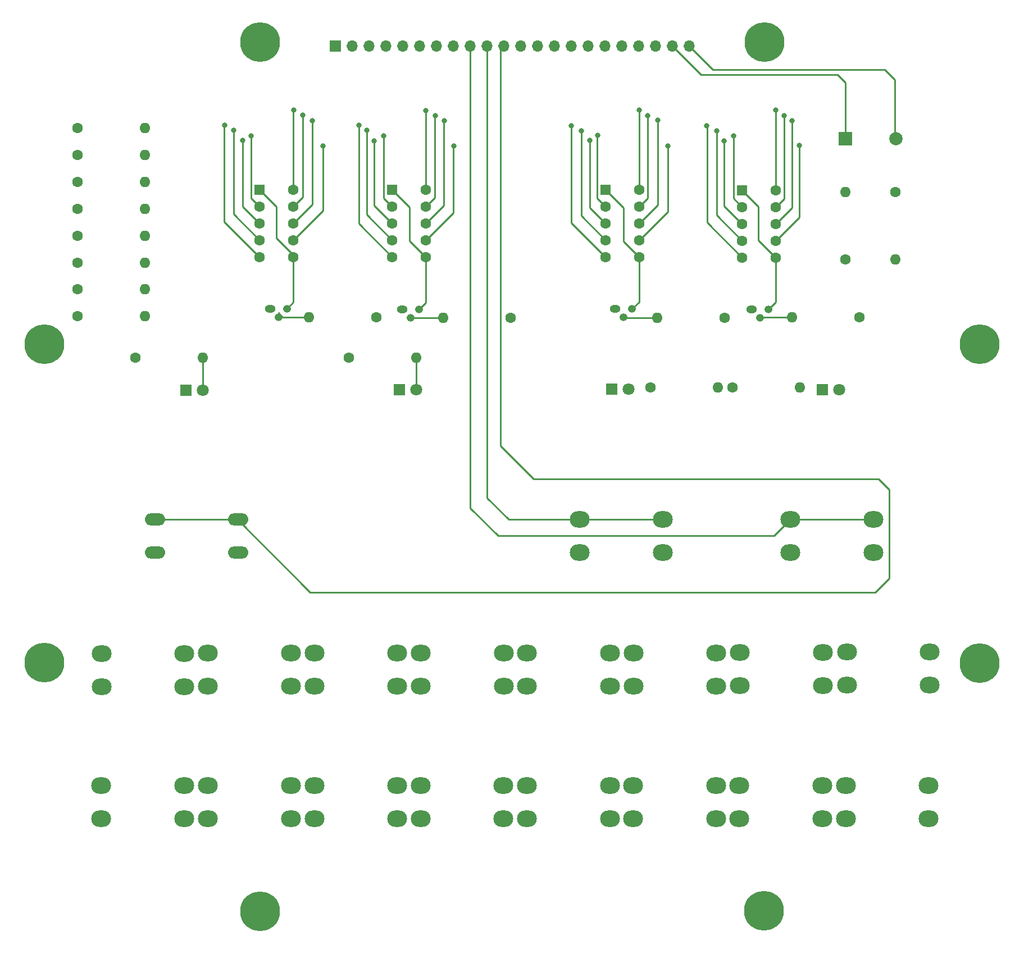
<source format=gbl>
%TF.GenerationSoftware,KiCad,Pcbnew,7.0.6*%
%TF.CreationDate,2024-01-22T18:50:27-05:00*%
%TF.ProjectId,CHESSmate PCB,43484553-536d-4617-9465-205043422e6b,rev?*%
%TF.SameCoordinates,Original*%
%TF.FileFunction,Copper,L4,Bot*%
%TF.FilePolarity,Positive*%
%FSLAX46Y46*%
G04 Gerber Fmt 4.6, Leading zero omitted, Abs format (unit mm)*
G04 Created by KiCad (PCBNEW 7.0.6) date 2024-01-22 18:50:27*
%MOMM*%
%LPD*%
G01*
G04 APERTURE LIST*
%TA.AperFunction,ComponentPad*%
%ADD10O,1.600000X1.200000*%
%TD*%
%TA.AperFunction,ComponentPad*%
%ADD11O,1.200000X1.200000*%
%TD*%
%TA.AperFunction,ComponentPad*%
%ADD12R,1.700000X1.700000*%
%TD*%
%TA.AperFunction,ComponentPad*%
%ADD13O,1.700000X1.700000*%
%TD*%
%TA.AperFunction,ComponentPad*%
%ADD14R,2.000000X2.000000*%
%TD*%
%TA.AperFunction,ComponentPad*%
%ADD15C,2.000000*%
%TD*%
%TA.AperFunction,ComponentPad*%
%ADD16O,3.048000X1.850000*%
%TD*%
%TA.AperFunction,ComponentPad*%
%ADD17C,1.600000*%
%TD*%
%TA.AperFunction,ComponentPad*%
%ADD18O,1.600000X1.600000*%
%TD*%
%TA.AperFunction,ComponentPad*%
%ADD19R,1.600000X1.600000*%
%TD*%
%TA.AperFunction,ComponentPad*%
%ADD20O,3.000000X2.500000*%
%TD*%
%TA.AperFunction,ComponentPad*%
%ADD21R,1.800000X1.800000*%
%TD*%
%TA.AperFunction,ComponentPad*%
%ADD22C,1.800000*%
%TD*%
%TA.AperFunction,ViaPad*%
%ADD23C,6.000000*%
%TD*%
%TA.AperFunction,ViaPad*%
%ADD24C,0.800000*%
%TD*%
%TA.AperFunction,Conductor*%
%ADD25C,0.250000*%
%TD*%
G04 APERTURE END LIST*
D10*
%TO.P,2N2222A,1,E*%
%TO.N,GNDREF*%
X99730000Y-69360000D03*
D11*
%TO.P,2N2222A,2,B*%
%TO.N,Net-(Q2-B)*%
X101000000Y-70630000D03*
%TO.P,2N2222A,3,C*%
%TO.N,Net-(Q2-C)*%
X102270000Y-69360000D03*
%TD*%
D10*
%TO.P,2N2222A,1,E*%
%TO.N,GNDREF*%
X152404724Y-69364724D03*
D11*
%TO.P,2N2222A,2,B*%
%TO.N,Net-(Q4-B)*%
X153674724Y-70634724D03*
%TO.P,2N2222A,3,C*%
%TO.N,Net-(Q4-C)*%
X154944724Y-69364724D03*
%TD*%
D10*
%TO.P,2N2222A,1,E*%
%TO.N,GNDREF*%
X131820000Y-69340000D03*
D11*
%TO.P,2N2222A,2,B*%
%TO.N,Net-(Q3-B)*%
X133090000Y-70610000D03*
%TO.P,2N2222A,3,C*%
%TO.N,Net-(Q3-C)*%
X134360000Y-69340000D03*
%TD*%
D10*
%TO.P,2N2222A,1,E*%
%TO.N,GNDREF*%
X79804724Y-69284724D03*
D11*
%TO.P,2N2222A,2,B*%
%TO.N,Net-(Q1-B)*%
X81074724Y-70554724D03*
%TO.P,2N2222A,3,C*%
%TO.N,Net-(Q1-C)*%
X82344724Y-69284724D03*
%TD*%
D12*
%TO.P,J1,1,Pin_1*%
%TO.N,Net-(J1-Pin_1)*%
X89662000Y-29718000D03*
D13*
%TO.P,J1,2,Pin_2*%
%TO.N,Net-(J1-Pin_2)*%
X92202000Y-29718000D03*
%TO.P,J1,3,Pin_3*%
%TO.N,Net-(J1-Pin_3)*%
X94742000Y-29718000D03*
%TO.P,J1,4,Pin_4*%
%TO.N,Net-(J1-Pin_4)*%
X97282000Y-29718000D03*
%TO.P,J1,5,Pin_5*%
%TO.N,Net-(J1-Pin_5)*%
X99822000Y-29718000D03*
%TO.P,J1,6,Pin_6*%
%TO.N,Net-(J1-Pin_6)*%
X102362000Y-29718000D03*
%TO.P,J1,7,Pin_7*%
%TO.N,Net-(J1-Pin_7)*%
X104902000Y-29718000D03*
%TO.P,J1,8,Pin_8*%
%TO.N,Net-(J1-Pin_8)*%
X107442000Y-29718000D03*
%TO.P,J1,9,Pin_9*%
%TO.N,Net-(J1-Pin_9)*%
X109982000Y-29718000D03*
%TO.P,J1,10,Pin_10*%
%TO.N,Net-(J1-Pin_10)*%
X112522000Y-29718000D03*
%TO.P,J1,11,Pin_11*%
%TO.N,Net-(J1-Pin_11)*%
X115062000Y-29718000D03*
%TO.P,J1,12,Pin_12*%
%TO.N,GNDREF*%
X117602000Y-29718000D03*
%TO.P,J1,13,Pin_13*%
%TO.N,Net-(J1-Pin_13)*%
X120142000Y-29718000D03*
%TO.P,J1,14,Pin_14*%
%TO.N,Net-(J1-Pin_14)*%
X122682000Y-29718000D03*
%TO.P,J1,15,Pin_15*%
%TO.N,Net-(D3-K)*%
X125222000Y-29718000D03*
%TO.P,J1,16,Pin_16*%
%TO.N,Net-(J1-Pin_16)*%
X127762000Y-29718000D03*
%TO.P,J1,17,Pin_17*%
%TO.N,Net-(J1-Pin_17)*%
X130302000Y-29718000D03*
%TO.P,J1,18,Pin_18*%
%TO.N,Net-(J1-Pin_18)*%
X132842000Y-29718000D03*
%TO.P,J1,19,Pin_19*%
%TO.N,Net-(J1-Pin_19)*%
X135382000Y-29718000D03*
%TO.P,J1,20,Pin_20*%
%TO.N,Net-(J1-Pin_20)*%
X137922000Y-29718000D03*
%TO.P,J1,21,Pin_21*%
%TO.N,Net-(BZ1--)*%
X140462000Y-29718000D03*
%TO.P,J1,22,Pin_22*%
%TO.N,Net-(BZ1-+)*%
X143002000Y-29718000D03*
%TD*%
D14*
%TO.P,BZ1,1,-*%
%TO.N,Net-(BZ1--)*%
X166510000Y-43670000D03*
D15*
%TO.P,BZ1,2,+*%
%TO.N,Net-(BZ1-+)*%
X174110000Y-43670000D03*
%TD*%
D16*
%TO.P,SW17,1*%
%TO.N,Net-(J1-Pin_11)*%
X62470000Y-101070000D03*
X74970000Y-101070000D03*
%TO.P,SW17,2*%
%TO.N,GNDREF*%
X62470000Y-106070000D03*
X74970000Y-106070000D03*
%TD*%
D17*
%TO.P,75R,1*%
%TO.N,Net-(J1-Pin_13)*%
X59480000Y-76690000D03*
D18*
%TO.P,75R,2*%
%TO.N,Net-(D1-A)*%
X69640000Y-76690000D03*
%TD*%
D17*
%TO.P,10K,1*%
%TO.N,Net-(J1-Pin_17)*%
X95850000Y-70560000D03*
D18*
%TO.P,10K,2*%
%TO.N,Net-(Q1-B)*%
X85690000Y-70560000D03*
%TD*%
D19*
%TO.P,3161AS,1,CA*%
%TO.N,Net-(Q2-C)*%
X98210000Y-51350000D03*
D17*
%TO.P,3161AS,2,F*%
%TO.N,Net-(U1-F)*%
X98210000Y-53890000D03*
%TO.P,3161AS,3,G*%
%TO.N,Net-(U1-G)*%
X98210000Y-56430000D03*
%TO.P,3161AS,4,E*%
%TO.N,Net-(U1-E)*%
X98210000Y-58970000D03*
%TO.P,3161AS,5,D*%
%TO.N,Net-(U1-D)*%
X98210000Y-61510000D03*
%TO.P,3161AS,6,CA*%
%TO.N,Net-(Q2-C)*%
X103290000Y-61510000D03*
%TO.P,3161AS,7,DP*%
%TO.N,Net-(U1-DP)*%
X103290000Y-58970000D03*
%TO.P,3161AS,8,C*%
%TO.N,Net-(U1-C)*%
X103290000Y-56430000D03*
%TO.P,3161AS,9,B*%
%TO.N,Net-(U1-B)*%
X103290000Y-53890000D03*
%TO.P,3161AS,10,A*%
%TO.N,Net-(U1-A)*%
X103290000Y-51350000D03*
%TD*%
D18*
%TO.P,75R,2*%
%TO.N,Net-(J1-Pin_16)*%
X159640000Y-81170000D03*
D17*
%TO.P,75R,1*%
%TO.N,Net-(D3-A)*%
X149480000Y-81170000D03*
%TD*%
%TO.P,470R,1*%
%TO.N,Net-(J1-Pin_2)*%
X50780000Y-66370000D03*
D18*
%TO.P,470R,2*%
%TO.N,Net-(U1-G)*%
X60940000Y-66370000D03*
%TD*%
D20*
%TO.P,SW8,1*%
%TO.N,Net-(J1-Pin_8)*%
X166740000Y-121060000D03*
X179240000Y-121060000D03*
%TO.P,SW8,2*%
%TO.N,GNDREF*%
X166740000Y-126060000D03*
X179240000Y-126060000D03*
%TD*%
D17*
%TO.P,1K,1*%
%TO.N,Net-(BZ1-+)*%
X174060000Y-51720000D03*
D18*
%TO.P,1K,2*%
%TO.N,Net-(J1-Pin_16)*%
X174060000Y-61880000D03*
%TD*%
D21*
%TO.P,D3,1,K*%
%TO.N,Net-(D3-K)*%
X131260000Y-81440000D03*
D22*
%TO.P,D3,2,A*%
%TO.N,Net-(D3-A)*%
X133800000Y-81440000D03*
%TD*%
D17*
%TO.P,470R,1*%
%TO.N,Net-(J1-Pin_8)*%
X50780000Y-42070000D03*
D18*
%TO.P,470R,2*%
%TO.N,Net-(U1-A)*%
X60940000Y-42070000D03*
%TD*%
D17*
%TO.P,470R,1*%
%TO.N,Net-(J1-Pin_3)*%
X50780000Y-62320000D03*
D18*
%TO.P,470R,2*%
%TO.N,Net-(U1-F)*%
X60940000Y-62320000D03*
%TD*%
D17*
%TO.P,470R,1*%
%TO.N,Net-(J1-Pin_1)*%
X50780000Y-70420000D03*
D18*
%TO.P,470R,2*%
%TO.N,Net-(U1-DP)*%
X60940000Y-70420000D03*
%TD*%
D17*
%TO.P,470R,1*%
%TO.N,Net-(J1-Pin_4)*%
X50780000Y-58270000D03*
D18*
%TO.P,470R,2*%
%TO.N,Net-(U1-E)*%
X60940000Y-58270000D03*
%TD*%
D20*
%TO.P,SW3,1*%
%TO.N,Net-(J1-Pin_3)*%
X86480000Y-121240000D03*
X98980000Y-121240000D03*
%TO.P,SW3,2*%
%TO.N,GNDREF*%
X86480000Y-126240000D03*
X98980000Y-126240000D03*
%TD*%
D18*
%TO.P,75R,2*%
%TO.N,Net-(D3-A)*%
X147270000Y-81180000D03*
D17*
%TO.P,75R,1*%
%TO.N,GNDREF*%
X137110000Y-81180000D03*
%TD*%
%TO.P,75R,1*%
%TO.N,Net-(J1-Pin_14)*%
X91630000Y-76670000D03*
D18*
%TO.P,75R,2*%
%TO.N,Net-(D2-A)*%
X101790000Y-76670000D03*
%TD*%
D20*
%TO.P,SW2,1*%
%TO.N,Net-(J1-Pin_2)*%
X70440000Y-121240000D03*
X82940000Y-121240000D03*
%TO.P,SW2,2*%
%TO.N,GNDREF*%
X70440000Y-126240000D03*
X82940000Y-126240000D03*
%TD*%
D21*
%TO.P,D2,1,K*%
%TO.N,GNDREF*%
X99290000Y-81500000D03*
D22*
%TO.P,D2,2,A*%
%TO.N,Net-(D2-A)*%
X101830000Y-81500000D03*
%TD*%
D17*
%TO.P,10K,1*%
%TO.N,Net-(J1-Pin_19)*%
X148310000Y-70630000D03*
D18*
%TO.P,10K,2*%
%TO.N,Net-(Q3-B)*%
X138150000Y-70630000D03*
%TD*%
D20*
%TO.P,SW18,1*%
%TO.N,Net-(J1-Pin_10)*%
X126470000Y-101080000D03*
X138970000Y-101080000D03*
%TO.P,SW18,2*%
%TO.N,GNDREF*%
X126470000Y-106080000D03*
X138970000Y-106080000D03*
%TD*%
%TO.P,SW19,1*%
%TO.N,Net-(J1-Pin_9)*%
X158220000Y-101060000D03*
X170720000Y-101060000D03*
%TO.P,SW19,2*%
%TO.N,GNDREF*%
X158220000Y-106060000D03*
X170720000Y-106060000D03*
%TD*%
D21*
%TO.P,D1,1,K*%
%TO.N,GNDREF*%
X67100000Y-81540000D03*
D22*
%TO.P,D1,2,A*%
%TO.N,Net-(D1-A)*%
X69640000Y-81540000D03*
%TD*%
D17*
%TO.P,10K,1*%
%TO.N,Net-(J1-Pin_18)*%
X116060000Y-70640000D03*
D18*
%TO.P,10K,2*%
%TO.N,Net-(Q2-B)*%
X105900000Y-70640000D03*
%TD*%
D17*
%TO.P,470R,1*%
%TO.N,Net-(J1-Pin_5)*%
X50780000Y-54220000D03*
D18*
%TO.P,470R,2*%
%TO.N,Net-(U1-D)*%
X60940000Y-54220000D03*
%TD*%
D20*
%TO.P,SW6,1*%
%TO.N,Net-(J1-Pin_6)*%
X134550000Y-121200000D03*
X147050000Y-121200000D03*
%TO.P,SW6,2*%
%TO.N,GNDREF*%
X134550000Y-126200000D03*
X147050000Y-126200000D03*
%TD*%
D19*
%TO.P,3161AS,1,CA*%
%TO.N,Net-(Q4-C)*%
X150952500Y-51402500D03*
D17*
%TO.P,3161AS,2,F*%
%TO.N,Net-(U1-F)*%
X150952500Y-53942500D03*
%TO.P,3161AS,3,G*%
%TO.N,Net-(U1-G)*%
X150952500Y-56482500D03*
%TO.P,3161AS,4,E*%
%TO.N,Net-(U1-E)*%
X150952500Y-59022500D03*
%TO.P,3161AS,5,D*%
%TO.N,Net-(U1-D)*%
X150952500Y-61562500D03*
%TO.P,3161AS,6,CA*%
%TO.N,Net-(Q4-C)*%
X156032500Y-61562500D03*
%TO.P,3161AS,7,DP*%
%TO.N,Net-(U1-DP)*%
X156032500Y-59022500D03*
%TO.P,3161AS,8,C*%
%TO.N,Net-(U1-C)*%
X156032500Y-56482500D03*
%TO.P,3161AS,9,B*%
%TO.N,Net-(U1-B)*%
X156032500Y-53942500D03*
%TO.P,3161AS,10,A*%
%TO.N,Net-(U1-A)*%
X156032500Y-51402500D03*
%TD*%
%TO.P,470R,1*%
%TO.N,Net-(J1-Pin_6)*%
X50780000Y-50170000D03*
D18*
%TO.P,470R,2*%
%TO.N,Net-(U1-C)*%
X60940000Y-50170000D03*
%TD*%
D20*
%TO.P,SW9,1*%
%TO.N,Net-(J1-Pin_1)*%
X54340000Y-141190000D03*
X66840000Y-141190000D03*
%TO.P,SW9,2*%
%TO.N,GNDREF*%
X54340000Y-146190000D03*
X66840000Y-146190000D03*
%TD*%
%TO.P,SW12,1*%
%TO.N,Net-(J1-Pin_4)*%
X102470000Y-141170000D03*
X114970000Y-141170000D03*
%TO.P,SW12,2*%
%TO.N,GNDREF*%
X102470000Y-146170000D03*
X114970000Y-146170000D03*
%TD*%
D21*
%TO.P,D4,1,K*%
%TO.N,Net-(D3-A)*%
X163040000Y-81520000D03*
D22*
%TO.P,D4,2,A*%
%TO.N,Net-(D3-K)*%
X165580000Y-81520000D03*
%TD*%
D17*
%TO.P,470R,1*%
%TO.N,Net-(J1-Pin_7)*%
X50780000Y-46120000D03*
D18*
%TO.P,470R,2*%
%TO.N,Net-(U1-B)*%
X60940000Y-46120000D03*
%TD*%
D20*
%TO.P,SW13,1*%
%TO.N,Net-(J1-Pin_5)*%
X118510000Y-141180000D03*
X131010000Y-141180000D03*
%TO.P,SW13,2*%
%TO.N,GNDREF*%
X118510000Y-146180000D03*
X131010000Y-146180000D03*
%TD*%
%TO.P,SW14,1*%
%TO.N,Net-(J1-Pin_6)*%
X134520000Y-141180000D03*
X147020000Y-141180000D03*
%TO.P,SW14,2*%
%TO.N,GNDREF*%
X134520000Y-146180000D03*
X147020000Y-146180000D03*
%TD*%
%TO.P,SW16,1*%
%TO.N,Net-(J1-Pin_8)*%
X166560000Y-141190000D03*
X179060000Y-141190000D03*
%TO.P,SW16,2*%
%TO.N,GNDREF*%
X166560000Y-146190000D03*
X179060000Y-146190000D03*
%TD*%
D17*
%TO.P,10K,1*%
%TO.N,Net-(J1-Pin_20)*%
X168656000Y-70612000D03*
D18*
%TO.P,10K,2*%
%TO.N,Net-(Q4-B)*%
X158496000Y-70612000D03*
%TD*%
D20*
%TO.P,SW4,2*%
%TO.N,GNDREF*%
X115000000Y-126220000D03*
X102500000Y-126220000D03*
%TO.P,SW4,1*%
%TO.N,Net-(J1-Pin_4)*%
X115000000Y-121220000D03*
X102500000Y-121220000D03*
%TD*%
%TO.P,SW1,2*%
%TO.N,GNDREF*%
X66880000Y-126270000D03*
X54380000Y-126270000D03*
%TO.P,SW1,1*%
%TO.N,Net-(J1-Pin_1)*%
X66880000Y-121270000D03*
X54380000Y-121270000D03*
%TD*%
%TO.P,SW5,1*%
%TO.N,Net-(J1-Pin_5)*%
X118510000Y-121220000D03*
X131010000Y-121220000D03*
%TO.P,SW5,2*%
%TO.N,GNDREF*%
X118510000Y-126220000D03*
X131010000Y-126220000D03*
%TD*%
D17*
%TO.P,1K,1*%
%TO.N,Net-(J1-Pin_16)*%
X166470000Y-61860000D03*
D18*
%TO.P,1K,2*%
%TO.N,Net-(BZ1--)*%
X166470000Y-51700000D03*
%TD*%
D19*
%TO.P,3161AS,1,CA*%
%TO.N,Net-(Q1-C)*%
X78220000Y-51340000D03*
D17*
%TO.P,3161AS,2,F*%
%TO.N,Net-(U1-F)*%
X78220000Y-53880000D03*
%TO.P,3161AS,3,G*%
%TO.N,Net-(U1-G)*%
X78220000Y-56420000D03*
%TO.P,3161AS,4,E*%
%TO.N,Net-(U1-E)*%
X78220000Y-58960000D03*
%TO.P,3161AS,5,D*%
%TO.N,Net-(U1-D)*%
X78220000Y-61500000D03*
%TO.P,3161AS,6,CA*%
%TO.N,Net-(Q1-C)*%
X83300000Y-61500000D03*
%TO.P,3161AS,7,DP*%
%TO.N,Net-(U1-DP)*%
X83300000Y-58960000D03*
%TO.P,3161AS,8,C*%
%TO.N,Net-(U1-C)*%
X83300000Y-56420000D03*
%TO.P,3161AS,9,B*%
%TO.N,Net-(U1-B)*%
X83300000Y-53880000D03*
%TO.P,3161AS,10,A*%
%TO.N,Net-(U1-A)*%
X83300000Y-51340000D03*
%TD*%
D20*
%TO.P,SW11,1*%
%TO.N,Net-(J1-Pin_3)*%
X86470000Y-141210000D03*
X98970000Y-141210000D03*
%TO.P,SW11,2*%
%TO.N,GNDREF*%
X86470000Y-146210000D03*
X98970000Y-146210000D03*
%TD*%
D19*
%TO.P,3161AS,1,CA*%
%TO.N,Net-(Q3-C)*%
X130370000Y-51340000D03*
D17*
%TO.P,3161AS,2,F*%
%TO.N,Net-(U1-F)*%
X130370000Y-53880000D03*
%TO.P,3161AS,3,G*%
%TO.N,Net-(U1-G)*%
X130370000Y-56420000D03*
%TO.P,3161AS,4,E*%
%TO.N,Net-(U1-E)*%
X130370000Y-58960000D03*
%TO.P,3161AS,5,D*%
%TO.N,Net-(U1-D)*%
X130370000Y-61500000D03*
%TO.P,3161AS,6,CA*%
%TO.N,Net-(Q3-C)*%
X135450000Y-61500000D03*
%TO.P,3161AS,7,DP*%
%TO.N,Net-(U1-DP)*%
X135450000Y-58960000D03*
%TO.P,3161AS,8,C*%
%TO.N,Net-(U1-C)*%
X135450000Y-56420000D03*
%TO.P,3161AS,9,B*%
%TO.N,Net-(U1-B)*%
X135450000Y-53880000D03*
%TO.P,3161AS,10,A*%
%TO.N,Net-(U1-A)*%
X135450000Y-51340000D03*
%TD*%
D20*
%TO.P,SW7,1*%
%TO.N,Net-(J1-Pin_7)*%
X150620000Y-121150000D03*
X163120000Y-121150000D03*
%TO.P,SW7,2*%
%TO.N,GNDREF*%
X150620000Y-126150000D03*
X163120000Y-126150000D03*
%TD*%
%TO.P,SW15,1*%
%TO.N,Net-(J1-Pin_7)*%
X150520000Y-141180000D03*
X163020000Y-141180000D03*
%TO.P,SW15,2*%
%TO.N,GNDREF*%
X150520000Y-146180000D03*
X163020000Y-146180000D03*
%TD*%
%TO.P,SW10,1*%
%TO.N,Net-(J1-Pin_2)*%
X70430000Y-141200000D03*
X82930000Y-141200000D03*
%TO.P,SW10,2*%
%TO.N,GNDREF*%
X70430000Y-146200000D03*
X82930000Y-146200000D03*
%TD*%
D23*
%TO.N,*%
X186770000Y-74630000D03*
X45760000Y-122630000D03*
X78310000Y-29130000D03*
X186720000Y-122690000D03*
X154280000Y-29110000D03*
X154260000Y-160100000D03*
X78300000Y-160160000D03*
X45790000Y-74630000D03*
D24*
%TO.N,Net-(U1-A)*%
X135450000Y-39370000D03*
X156020000Y-39370000D03*
X83330000Y-39360000D03*
X103300000Y-39390000D03*
%TO.N,Net-(U1-B)*%
X157260000Y-40160000D03*
X136730000Y-40140000D03*
X104660000Y-40150000D03*
X84720000Y-40130000D03*
%TO.N,Net-(U1-C)*%
X158450000Y-40910000D03*
X138210000Y-40890000D03*
X106020000Y-40920000D03*
X86170000Y-40900000D03*
%TO.N,Net-(U1-D)*%
X145630000Y-41690000D03*
X93170000Y-41660000D03*
X125220000Y-41670000D03*
X72910000Y-41630000D03*
%TO.N,Net-(U1-E)*%
X126700000Y-42450000D03*
X94370000Y-42410000D03*
X147140000Y-42450000D03*
X74300000Y-42420000D03*
%TO.N,Net-(U1-F)*%
X129130000Y-43180000D03*
X96940000Y-43200000D03*
X149650000Y-43200000D03*
X76970000Y-43190000D03*
%TO.N,Net-(U1-G)*%
X148250000Y-43970000D03*
X95490000Y-43960000D03*
X127960000Y-43940000D03*
X75670000Y-43940000D03*
%TO.N,Net-(U1-DP)*%
X107470000Y-44710000D03*
X159600000Y-44690000D03*
X139730000Y-44720000D03*
X87760000Y-44730000D03*
%TD*%
D25*
%TO.N,Net-(BZ1--)*%
X165354000Y-34036000D02*
X166510000Y-35192000D01*
X144780000Y-34036000D02*
X165354000Y-34036000D01*
X140462000Y-29718000D02*
X144780000Y-34036000D01*
X166510000Y-35192000D02*
X166510000Y-43670000D01*
%TO.N,Net-(BZ1-+)*%
X173990000Y-42926000D02*
X174110000Y-43046000D01*
X173990000Y-34798000D02*
X173990000Y-42926000D01*
X172466000Y-33274000D02*
X173990000Y-34798000D01*
X146558000Y-33274000D02*
X172466000Y-33274000D01*
X174110000Y-43046000D02*
X174110000Y-43670000D01*
X143002000Y-29718000D02*
X146558000Y-33274000D01*
%TO.N,Net-(J1-Pin_11)*%
X74970000Y-101160000D02*
X74970000Y-101070000D01*
X85840000Y-112030000D02*
X74970000Y-101160000D01*
X171020000Y-112030000D02*
X85840000Y-112030000D01*
X171520000Y-94970000D02*
X173110000Y-96560000D01*
X173110000Y-96560000D02*
X173110000Y-109940000D01*
X119550000Y-94970000D02*
X171520000Y-94970000D01*
X114554000Y-89974000D02*
X119550000Y-94970000D01*
X114554000Y-30226000D02*
X114554000Y-89974000D01*
X173110000Y-109940000D02*
X171020000Y-112030000D01*
X115062000Y-29718000D02*
X114554000Y-30226000D01*
%TO.N,Net-(J1-Pin_10)*%
X112522000Y-97822000D02*
X112522000Y-29718000D01*
X126470000Y-101080000D02*
X115780000Y-101080000D01*
X115780000Y-101080000D02*
X112522000Y-97822000D01*
%TO.N,Net-(J1-Pin_9)*%
X114190000Y-103540000D02*
X155740000Y-103540000D01*
X109982000Y-99332000D02*
X114190000Y-103540000D01*
X109982000Y-29718000D02*
X109982000Y-99332000D01*
X155740000Y-103540000D02*
X158220000Y-101060000D01*
%TO.N,Net-(Q4-B)*%
X154088000Y-70612000D02*
X158496000Y-70612000D01*
X154070000Y-70630000D02*
X154088000Y-70612000D01*
X153674724Y-70234724D02*
X154070000Y-70630000D01*
%TO.N,Net-(Q3-B)*%
X133430000Y-70630000D02*
X138150000Y-70630000D01*
X133090000Y-70290000D02*
X133430000Y-70630000D01*
%TO.N,Net-(Q2-B)*%
X105890000Y-70630000D02*
X105900000Y-70640000D01*
X101190000Y-70630000D02*
X105890000Y-70630000D01*
X101000000Y-70440000D02*
X101190000Y-70630000D01*
%TO.N,Net-(Q1-B)*%
X85670000Y-70540000D02*
X85690000Y-70560000D01*
X81700000Y-70540000D02*
X85670000Y-70540000D01*
X81074724Y-69914724D02*
X81700000Y-70540000D01*
%TO.N,Net-(Q1-C)*%
X80772000Y-53892000D02*
X80772000Y-58674000D01*
X80772000Y-58674000D02*
X83300000Y-61202000D01*
X83300000Y-68329448D02*
X83300000Y-61500000D01*
X78220000Y-51340000D02*
X80772000Y-53892000D01*
X83300000Y-61202000D02*
X83300000Y-61500000D01*
X82344724Y-69284724D02*
X83300000Y-68329448D01*
%TO.N,Net-(Q2-C)*%
X102270000Y-69360000D02*
X103290000Y-68340000D01*
X100838000Y-53978000D02*
X100838000Y-59058000D01*
X98210000Y-51350000D02*
X100838000Y-53978000D01*
X103290000Y-68340000D02*
X103290000Y-61510000D01*
X100838000Y-59058000D02*
X103290000Y-61510000D01*
%TO.N,Net-(Q3-C)*%
X134360000Y-69340000D02*
X135450000Y-68250000D01*
X130370000Y-51340000D02*
X133096000Y-54066000D01*
X135450000Y-68250000D02*
X135450000Y-61500000D01*
X133096000Y-54066000D02*
X133096000Y-59146000D01*
X133096000Y-59146000D02*
X135450000Y-61500000D01*
%TO.N,Net-(Q4-C)*%
X156032500Y-68276948D02*
X156032500Y-61562500D01*
X153416000Y-58946000D02*
X156032500Y-61562500D01*
X153416000Y-53866000D02*
X153416000Y-58946000D01*
X154944724Y-69364724D02*
X156032500Y-68276948D01*
X150952500Y-51402500D02*
X153416000Y-53866000D01*
%TO.N,Net-(D1-A)*%
X69640000Y-76690000D02*
X69640000Y-81540000D01*
%TO.N,Net-(D2-A)*%
X101830000Y-76710000D02*
X101830000Y-81500000D01*
X101790000Y-76670000D02*
X101830000Y-76710000D01*
%TO.N,Net-(U1-A)*%
X83300000Y-51340000D02*
X83300000Y-39380000D01*
X135450000Y-51340000D02*
X135450000Y-39370000D01*
X103290000Y-51350000D02*
X103270000Y-39320000D01*
X156032500Y-51402500D02*
X156032500Y-39357500D01*
%TO.N,Net-(U1-B)*%
X104640000Y-52540000D02*
X104640000Y-40150000D01*
X156032500Y-53942500D02*
X157270000Y-52705000D01*
X103290000Y-53890000D02*
X104640000Y-52540000D01*
X84700000Y-52480000D02*
X84700000Y-40160000D01*
X83300000Y-53880000D02*
X84700000Y-52480000D01*
X136730000Y-52600000D02*
X136730000Y-40140000D01*
X157270000Y-40170000D02*
X157260000Y-40160000D01*
X135450000Y-53880000D02*
X136730000Y-52600000D01*
X157270000Y-52705000D02*
X157270000Y-40170000D01*
%TO.N,Net-(U1-C)*%
X135450000Y-56420000D02*
X138190000Y-53680000D01*
X106010000Y-53710000D02*
X106010000Y-40930000D01*
X103290000Y-56430000D02*
X106010000Y-53710000D01*
X83300000Y-56420000D02*
X86150000Y-53570000D01*
X156032500Y-56482500D02*
X158460000Y-54055000D01*
X86150000Y-53570000D02*
X86150000Y-40870000D01*
X158460000Y-54055000D02*
X158460000Y-40920000D01*
X138190000Y-53680000D02*
X138190000Y-40930000D01*
%TO.N,Net-(U1-D)*%
X145650000Y-41710000D02*
X145630000Y-41690000D01*
X72900000Y-56180000D02*
X72900000Y-41640000D01*
X150952500Y-61562500D02*
X145650000Y-56260000D01*
X93150000Y-56450000D02*
X93150000Y-41610000D01*
X78220000Y-61500000D02*
X72900000Y-56180000D01*
X72900000Y-41640000D02*
X72910000Y-41630000D01*
X145650000Y-56260000D02*
X145650000Y-41710000D01*
X125230000Y-41680000D02*
X125220000Y-41670000D01*
X130370000Y-61500000D02*
X125230000Y-56360000D01*
X98210000Y-61510000D02*
X93150000Y-56450000D01*
X125230000Y-56360000D02*
X125230000Y-41680000D01*
%TO.N,Net-(U1-E)*%
X126700000Y-55290000D02*
X126700000Y-42450000D01*
X78220000Y-58960000D02*
X74290000Y-55030000D01*
X130370000Y-58960000D02*
X126700000Y-55290000D01*
X94350000Y-42420000D02*
X94360000Y-42410000D01*
X94350000Y-55110000D02*
X94350000Y-42700000D01*
X147120000Y-55190000D02*
X150952500Y-59022500D01*
X94350000Y-42700000D02*
X94350000Y-42420000D01*
X147120000Y-42520000D02*
X147120000Y-55190000D01*
X98210000Y-58970000D02*
X94350000Y-55110000D01*
X74290000Y-55030000D02*
X74290000Y-42410000D01*
%TO.N,Net-(U1-F)*%
X150952500Y-53942500D02*
X149650000Y-52640000D01*
X96950000Y-52630000D02*
X96940000Y-43200000D01*
X98210000Y-53890000D02*
X96950000Y-52630000D01*
X130370000Y-53880000D02*
X129120000Y-52630000D01*
X129120000Y-52630000D02*
X129120000Y-43100000D01*
X76940000Y-52600000D02*
X76940000Y-43100000D01*
X78220000Y-53880000D02*
X76940000Y-52600000D01*
X149650000Y-52640000D02*
X149650000Y-43200000D01*
%TO.N,Net-(U1-G)*%
X98210000Y-56430000D02*
X95480000Y-53700000D01*
X150952500Y-56482500D02*
X148240000Y-53770000D01*
X148240000Y-53770000D02*
X148240000Y-43980000D01*
X148240000Y-43980000D02*
X148250000Y-43970000D01*
X95480000Y-53700000D02*
X95480000Y-43970000D01*
X127980000Y-54030000D02*
X127980000Y-43820000D01*
X75660000Y-53860000D02*
X75660000Y-43880000D01*
X130370000Y-56420000D02*
X127980000Y-54030000D01*
X78220000Y-56420000D02*
X75660000Y-53860000D01*
X95480000Y-43970000D02*
X95490000Y-43960000D01*
%TO.N,Net-(U1-DP)*%
X159590000Y-55465000D02*
X159590000Y-44710000D01*
X87740000Y-44750000D02*
X87760000Y-44730000D01*
X107450000Y-54810000D02*
X107450000Y-44700000D01*
X103290000Y-58970000D02*
X107450000Y-54810000D01*
X156032500Y-59022500D02*
X159590000Y-55465000D01*
X139720000Y-54690000D02*
X139720000Y-44730000D01*
X87740000Y-54520000D02*
X87740000Y-44750000D01*
X139720000Y-44730000D02*
X139730000Y-44720000D01*
X135450000Y-58960000D02*
X139720000Y-54690000D01*
X83300000Y-58960000D02*
X87740000Y-54520000D01*
%TO.N,Net-(J1-Pin_9)*%
X158220000Y-101060000D02*
X170720000Y-101060000D01*
%TO.N,Net-(J1-Pin_10)*%
X126470000Y-101080000D02*
X138970000Y-101080000D01*
%TO.N,Net-(J1-Pin_11)*%
X62470000Y-101070000D02*
X74970000Y-101070000D01*
%TD*%
M02*

</source>
